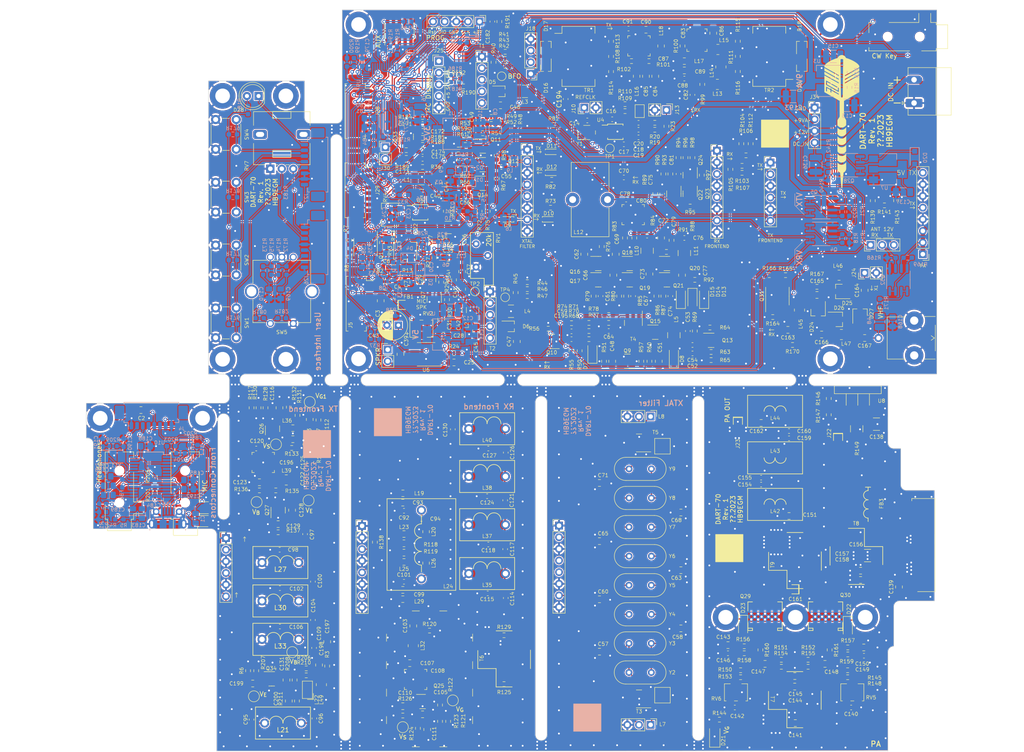
<source format=kicad_pcb>
(kicad_pcb (version 20221018) (generator pcbnew)

  (general
    (thickness 1.6)
  )

  (paper "A4")
  (title_block
    (title "DART-70 TRX")
    (date "2023-05-21")
    (rev "1")
    (company "HB9EGM")
  )

  (layers
    (0 "F.Cu" signal)
    (31 "B.Cu" signal)
    (32 "B.Adhes" user "B.Adhesive")
    (33 "F.Adhes" user "F.Adhesive")
    (34 "B.Paste" user)
    (35 "F.Paste" user)
    (36 "B.SilkS" user "B.Silkscreen")
    (37 "F.SilkS" user "F.Silkscreen")
    (38 "B.Mask" user)
    (39 "F.Mask" user)
    (40 "Dwgs.User" user "User.Drawings")
    (41 "Cmts.User" user "User.Comments")
    (42 "Eco1.User" user "User.Eco1")
    (43 "Eco2.User" user "User.Eco2")
    (44 "Edge.Cuts" user)
    (45 "Margin" user "Edge.Cuts.Setback")
    (46 "B.CrtYd" user "B.Courtyard")
    (47 "F.CrtYd" user "F.Courtyard")
    (48 "B.Fab" user)
    (49 "F.Fab" user)
    (50 "User.1" user "Milling")
    (51 "User.2" user)
    (52 "User.3" user)
    (53 "User.4" user)
    (54 "User.5" user)
    (55 "User.6" user)
    (56 "User.7" user)
    (57 "User.8" user)
    (58 "User.9" user)
  )

  (setup
    (stackup
      (layer "F.SilkS" (type "Top Silk Screen"))
      (layer "F.Paste" (type "Top Solder Paste"))
      (layer "F.Mask" (type "Top Solder Mask") (thickness 0.01))
      (layer "F.Cu" (type "copper") (thickness 0.035))
      (layer "dielectric 1" (type "core") (thickness 1.51) (material "FR4") (epsilon_r 4.5) (loss_tangent 0.02))
      (layer "B.Cu" (type "copper") (thickness 0.035))
      (layer "B.Mask" (type "Bottom Solder Mask") (thickness 0.01))
      (layer "B.Paste" (type "Bottom Solder Paste"))
      (layer "B.SilkS" (type "Bottom Silk Screen"))
      (copper_finish "None")
      (dielectric_constraints no)
    )
    (pad_to_mask_clearance 0)
    (pcbplotparams
      (layerselection 0x000d130_ffffffff)
      (plot_on_all_layers_selection 0x0000000_00000000)
      (disableapertmacros false)
      (usegerberextensions false)
      (usegerberattributes true)
      (usegerberadvancedattributes true)
      (creategerberjobfile true)
      (dashed_line_dash_ratio 12.000000)
      (dashed_line_gap_ratio 3.000000)
      (svgprecision 6)
      (plotframeref false)
      (viasonmask false)
      (mode 1)
      (useauxorigin false)
      (hpglpennumber 1)
      (hpglpenspeed 20)
      (hpglpendiameter 15.000000)
      (dxfpolygonmode true)
      (dxfimperialunits true)
      (dxfusepcbnewfont true)
      (psnegative false)
      (psa4output false)
      (plotreference true)
      (plotvalue true)
      (plotinvisibletext false)
      (sketchpadsonfab false)
      (subtractmaskfromsilk false)
      (outputformat 4)
      (mirror false)
      (drillshape 0)
      (scaleselection 1)
      (outputdirectory "out")
    )
  )

  (net 0 "")
  (net 1 "+12V")
  (net 2 "GND")
  (net 3 "Net-(C1-Pad1)")
  (net 4 "Net-(J4-Pin_7)")
  (net 5 "+9VA")
  (net 6 "/MIC")
  (net 7 "Net-(C6-Pad2)")
  (net 8 "+5VA")
  (net 9 "Net-(J4-Pin_5)")
  (net 10 "Net-(J5-Pin_3)")
  (net 11 "Net-(J5-Pin_2)")
  (net 12 "Net-(Q2-C)")
  (net 13 "Net-(D1-K)")
  (net 14 "Net-(D2-K)")
  (net 15 "/BFO")
  (net 16 "Net-(J10-In)")
  (net 17 "Net-(U4-XA)")
  (net 18 "Net-(U3-ADJ)")
  (net 19 "/Antenna Switch/TX")
  (net 20 "Net-(U4-CLK1)")
  (net 21 "Net-(C18-Pad2)")
  (net 22 "Net-(U4-CLK2)")
  (net 23 "Net-(U4-CLK0)")
  (net 24 "Net-(JP1-A)")
  (net 25 "Net-(Q6-B)")
  (net 26 "Net-(C22-Pad1)")
  (net 27 "Net-(U5-IN+)")
  (net 28 "Net-(U5-VCAIN)")
  (net 29 "Net-(U5-BUFOUT)")
  (net 30 "Net-(C21-Pad2)")
  (net 31 "Net-(C26-Pad1)")
  (net 32 "Net-(U6-VDD)")
  (net 33 "Net-(C26-Pad2)")
  (net 34 "Net-(C28-Pad1)")
  (net 35 "+VRX")
  (net 36 "Net-(U6-VIN)")
  (net 37 "Net-(Q6-C)")
  (net 38 "/Baseband/VAGC")
  (net 39 "Net-(D3-K)")
  (net 40 "Net-(Q7-C)")
  (net 41 "Net-(C29-Pad1)")
  (net 42 "Net-(D4-K)")
  (net 43 "Net-(C41-Pad2)")
  (net 44 "Net-(U5-AVG)")
  (net 45 "/Baseband/SPKR_OUT")
  (net 46 "Net-(Q7-B)")
  (net 47 "Net-(U6-BYPASS)")
  (net 48 "Net-(C40-Pad1)")
  (net 49 "Net-(U5-VOUT)")
  (net 50 "Net-(C46-Pad1)")
  (net 51 "Net-(C46-Pad2)")
  (net 52 "Net-(C47-Pad1)")
  (net 53 "Net-(C47-Pad2)")
  (net 54 "Net-(C48-Pad1)")
  (net 55 "Net-(J15-Pin_1)")
  (net 56 "Net-(T1-SC)")
  (net 57 "Net-(C49-Pad2)")
  (net 58 "Net-(C50-Pad1)")
  (net 59 "Net-(C42-Pad2)")
  (net 60 "Net-(T2-SC)")
  (net 61 "Net-(C53-Pad1)")
  (net 62 "Net-(D7-K)")
  (net 63 "Net-(Q11-B)")
  (net 64 "Net-(Q11-E)")
  (net 65 "Net-(D8-K)")
  (net 66 "Net-(Q13-E)")
  (net 67 "Net-(Q15-E)")
  (net 68 "Net-(C52-Pad2)")
  (net 69 "Net-(Q12-C)")
  (net 70 "Net-(C60-Pad2)")
  (net 71 "Net-(C56-Pad1)")
  (net 72 "Net-(C58-Pad2)")
  (net 73 "Net-(C63-Pad2)")
  (net 74 "Net-(Q14-E)")
  (net 75 "Net-(C59-Pad1)")
  (net 76 "Net-(C65-Pad2)")
  (net 77 "Net-(T3-PR2)")
  (net 78 "Net-(Q17-S)")
  (net 79 "Net-(Q16-B)")
  (net 80 "Net-(T4-PR2)")
  (net 81 "Net-(Q18-C)")
  (net 82 "Net-(Q17-G)")
  (net 83 "Net-(Q19-S)")
  (net 84 "Net-(Q18-B)")
  (net 85 "Net-(C72-Pad2)")
  (net 86 "Net-(D12-A)")
  (net 87 "Net-(Q22-E)")
  (net 88 "Net-(T5-PR2)")
  (net 89 "Net-(C68-Pad2)")
  (net 90 "Net-(C76-Pad2)")
  (net 91 "Net-(Q20-C)")
  (net 92 "Net-(Q19-G)")
  (net 93 "Net-(Q21-S)")
  (net 94 "Net-(C81-Pad1)")
  (net 95 "Net-(Q22-C)")
  (net 96 "Net-(Q21-G)")
  (net 97 "Net-(C82-Pad2)")
  (net 98 "Net-(Q20-B)")
  (net 99 "Net-(C77-Pad2)")
  (net 100 "Net-(Q24-E)")
  (net 101 "Net-(C87-Pad2)")
  (net 102 "Net-(C83-Pad1)")
  (net 103 "/70MHz VHF Frontend/VHF_RX")
  (net 104 "/70MHz VHF Frontend/TX_FROM_MIX")
  (net 105 "Net-(C84-Pad2)")
  (net 106 "Net-(C87-Pad1)")
  (net 107 "Net-(C88-Pad2)")
  (net 108 "Net-(C101-Pad2)")
  (net 109 "Net-(Q24-B)")
  (net 110 "Net-(C94-Pad1)")
  (net 111 "Net-(Q34-B)")
  (net 112 "/70MHz VHF Frontend/+VTX_FE")
  (net 113 "Net-(TR2-RX-)")
  (net 114 "Net-(C103-Pad2)")
  (net 115 "Net-(C104-Pad1)")
  (net 116 "Net-(C114-Pad2)")
  (net 117 "Net-(J18-Pin_3)")
  (net 118 "Net-(Q25-G1)")
  (net 119 "Net-(Q25-G2)")
  (net 120 "Net-(Q25-S)")
  (net 121 "Net-(C121-Pad1)")
  (net 122 "Net-(C125-Pad2)")
  (net 123 "Net-(C126-Pad1)")
  (net 124 "Net-(C128-Pad1)")
  (net 125 "Net-(T6-AA)")
  (net 126 "Net-(T6-SB)")
  (net 127 "/70MHz VHF Frontend/RX_TO_MIX")
  (net 128 "/70MHz VHF Frontend/VHF_TX")
  (net 129 "Net-(C113-Pad2)")
  (net 130 "VGG1")
  (net 131 "Net-(Q26-G1)")
  (net 132 "Net-(Q26-S)")
  (net 133 "Net-(C117-Pad2)")
  (net 134 "Net-(Q26-D)")
  (net 135 "Net-(Q27-B)")
  (net 136 "Net-(Q27-C)")
  (net 137 "VGG2")
  (net 138 "+3V3")
  (net 139 "/PA 70MHz/VG_5V")
  (net 140 "Net-(Q27-E)")
  (net 141 "Net-(D20-A)")
  (net 142 "Net-(C159-Pad2)")
  (net 143 "/Control on separate board/ENC_B")
  (net 144 "/Control on separate board/ENC_A")
  (net 145 "/Control on separate board/3.3V_UI")
  (net 146 "Net-(J21-Pin_1)")
  (net 147 "Net-(C171-Pad1)")
  (net 148 "Net-(C172-Pad1)")
  (net 149 "Net-(C147-Pad1)")
  (net 150 "Net-(C148-Pad1)")
  (net 151 "Net-(T7-AB)")
  (net 152 "Net-(J21-Pin_5)")
  (net 153 "Net-(C154-Pad2)")
  (net 154 "Net-(T7-SB)")
  (net 155 "Net-(T7-SA)")
  (net 156 "Net-(T9-SB)")
  (net 157 "Net-(Q30-D)")
  (net 158 "Net-(Q29-D)")
  (net 159 "Net-(J23-In)")
  (net 160 "Net-(D24-K)")
  (net 161 "Net-(D25-A)")
  (net 162 "Net-(D24-A)")
  (net 163 "Net-(D26-K)")
  (net 164 "Net-(J26-Pin_7)")
  (net 165 "Net-(J26-Pin_6)")
  (net 166 "Net-(Q33-B)")
  (net 167 "Net-(U9-VDDA)")
  (net 168 "Net-(U10-VINL)")
  (net 169 "Net-(U10-VINR)")
  (net 170 "Net-(U10-VOUTL)")
  (net 171 "Net-(U10-VOUTR)")
  (net 172 "Net-(U10-VCOM)")
  (net 173 "Net-(T1-SA)")
  (net 174 "Net-(T1-SB)")
  (net 175 "Net-(T2-SA)")
  (net 176 "Net-(T2-SB)")
  (net 177 "Net-(D7-A)")
  (net 178 "/Control on separate board/STATUSn")
  (net 179 "Net-(D8-A)")
  (net 180 "Net-(D10-K)")
  (net 181 "Net-(D9-A)")
  (net 182 "Net-(D10-A)")
  (net 183 "Net-(C166-Pad1)")
  (net 184 "Net-(D11-K)")
  (net 185 "Net-(C168-Pad2)")
  (net 186 "Net-(D11-A)")
  (net 187 "Net-(D13-A)")
  (net 188 "/CW_RING")
  (net 189 "/CW_TIP")
  (net 190 "Net-(D14-A)")
  (net 191 "Net-(D15-A)")
  (net 192 "Net-(C174-Pad1)")
  (net 193 "/Baseband/SPKR_DET")
  (net 194 "Net-(TR1-RD+)")
  (net 195 "Net-(TR1-RD-)")
  (net 196 "Net-(TR1-TD-)")
  (net 197 "Net-(TR1-TD+)")
  (net 198 "Net-(TR2-RD+)")
  (net 199 "/Baseband/GPIO_XTAL")
  (net 200 "/EN_VRX")
  (net 201 "/EN_VTX")
  (net 202 "Net-(TR2-RD-)")
  (net 203 "/Baseband/CW_KEYn")
  (net 204 "/Baseband/CW_TONE")
  (net 205 "/MIC_PTT")
  (net 206 "/Baseband/SPKR_VOL")
  (net 207 "/MUTE_MICn")
  (net 208 "/SDA")
  (net 209 "/SCL")
  (net 210 "/S_METER")
  (net 211 "/Baseband/VHF_IN")
  (net 212 "/Baseband/VHF_OUT")
  (net 213 "/CLK1")
  (net 214 "Net-(TR2-TD-)")
  (net 215 "+VTX")
  (net 216 "Net-(TR2-TD+)")
  (net 217 "unconnected-(J2-PadNC)")
  (net 218 "unconnected-(J2-PadR1)")
  (net 219 "Net-(D20-K)")
  (net 220 "/Control on separate board/DISP_LAT")
  (net 221 "/Control on separate board/I2C2_SDA")
  (net 222 "/Control on separate board/I2C2_SCL")
  (net 223 "/Control on separate board/PC14")
  (net 224 "/Control on separate board/PC13")
  (net 225 "unconnected-(J2-PadTN)")
  (net 226 "/Control on separate board/USART1_TX")
  (net 227 "/Control on separate board/USART1_RX")
  (net 228 "/Control on separate board/PB15")
  (net 229 "/Control on separate board/SWCLK")
  (net 230 "/Control on separate board/SWDIO")
  (net 231 "/Control on separate board/RESETn")
  (net 232 "/LO1")
  (net 233 "Net-(L14-Pad1)")
  (net 234 "Net-(D21-A)")
  (net 235 "Net-(D22-A)")
  (net 236 "Net-(L23-Pad2)")
  (net 237 "Net-(L25-Pad2)")
  (net 238 "Net-(D23-A)")
  (net 239 "unconnected-(D24-NC-Pad2)")
  (net 240 "unconnected-(J8-PadTN)")
  (net 241 "unconnected-(D25-NC-Pad2)")
  (net 242 "unconnected-(D26-NC-Pad2)")
  (net 243 "unconnected-(D27-NC-Pad2)")
  (net 244 "Net-(D28-K)")
  (net 245 "Net-(D28-A)")
  (net 246 "Net-(J6-Pin_2)")
  (net 247 "Net-(J22-Pin_2)")
  (net 248 "Net-(J4-Pin_6)")
  (net 249 "Net-(J4-Pin_3)")
  (net 250 "Net-(J4-Pin_2)")
  (net 251 "Net-(J5-Pin_4)")
  (net 252 "Net-(J15-Pin_2)")
  (net 253 "Net-(J17-Pin_2)")
  (net 254 "unconnected-(J17-Pin_4-Pad4)")
  (net 255 "unconnected-(J17-Pin_5-Pad5)")
  (net 256 "/70MHz VHF Frontend/+VRX_FE")
  (net 257 "Net-(J17-Pin_7)")
  (net 258 "Net-(J20-Pin_5)")
  (net 259 "Net-(J22-Pin_1)")
  (net 260 "Net-(J26-Pin_2)")
  (net 261 "Net-(J26-Pin_3)")
  (net 262 "Net-(J26-Pin_5)")
  (net 263 "Net-(L13-Pad1)")
  (net 264 "Net-(L18-Pad1)")
  (net 265 "Net-(L20-Pad2)")
  (net 266 "Net-(J27-Pin_2)")
  (net 267 "Net-(J27-Pin_3)")
  (net 268 "Net-(J27-Pin_4)")
  (net 269 "Net-(J27-Pin_5)")
  (net 270 "Net-(J33-VBUS)")
  (net 271 "Net-(J33-ID)")
  (net 272 "Net-(JP2-C)")
  (net 273 "Net-(Q1A-G)")
  (net 274 "/Control on separate board/BTN0")
  (net 275 "/Control on separate board/BTN1")
  (net 276 "/Control on separate board/BTN2")
  (net 277 "/Control on separate board/BTN3")
  (net 278 "Net-(Q1B-G)")
  (net 279 "/Control on separate board/ENC_BTN")
  (net 280 "/Control on separate board/XTAL1")
  (net 281 "/Control on separate board/XTAL2")
  (net 282 "/Control on separate board/PWM_CW")
  (net 283 "/Control on separate board/MUTE_SPKR")
  (net 284 "Net-(Q2-B)")
  (net 285 "/Control on separate board/BOOT0")
  (net 286 "/Control on separate board/BOOT1")
  (net 287 "Net-(Q3-B)")
  (net 288 "Net-(Q4B-G)")
  (net 289 "Net-(Q5B-G)")
  (net 290 "Net-(Q8-B)")
  (net 291 "Net-(Q9-B)")
  (net 292 "Net-(Q11-C)")
  (net 293 "Net-(Q12-E)")
  (net 294 "Net-(Q13-B)")
  (net 295 "Net-(Q13-C)")
  (net 296 "Net-(Q15-B)")
  (net 297 "/Antenna Switch/RX")
  (net 298 "Net-(Q16-E)")
  (net 299 "Net-(Q16-C)")
  (net 300 "Net-(Q18-E)")
  (net 301 "Net-(Q20-E)")
  (net 302 "Net-(Q22-B)")
  (net 303 "Net-(Q23-B)")
  (net 304 "/Antenna Switch/ANT")
  (net 305 "/Antenna Switch/V_{PIN}")
  (net 306 "Net-(Q25-D)")
  (net 307 "Net-(Q26-G2)")
  (net 308 "/TX_to_PA")
  (net 309 "/Baseband/AGC_to_METER")
  (net 310 "Net-(Q28B-G)")
  (net 311 "/PA 70MHz/V_{DD}")
  (net 312 "Net-(Q29-G)")
  (net 313 "Net-(Q30-G)")
  (net 314 "Net-(Q31B-D-Pad5)")
  (net 315 "Net-(Q31A-D-Pad7)")
  (net 316 "Net-(Q32B-G)")
  (net 317 "Net-(Q32B-D-Pad5)")
  (net 318 "Net-(R40-Pad2)")
  (net 319 "Net-(R44-Pad1)")
  (net 320 "Net-(U5-GATE)")
  (net 321 "Net-(C148-Pad2)")
  (net 322 "Net-(U5-COMP)")
  (net 323 "Net-(U6-HPSense)")
  (net 324 "Net-(C147-Pad2)")
  (net 325 "Net-(T1-AB)")
  (net 326 "Net-(T2-AB)")
  (net 327 "Net-(R110-Pad1)")
  (net 328 "Net-(TR2-C_RD)")
  (net 329 "Net-(R121-Pad2)")
  (net 330 "/VOX_PTTn")
  (net 331 "Net-(TR1-TX-)")
  (net 332 "/EN_PA")
  (net 333 "Net-(TR2-TX-)")
  (net 334 "Net-(U8-ADJ)")
  (net 335 "Net-(R148-Pad1)")
  (net 336 "Net-(R153-Pad1)")
  (net 337 "Net-(R172-Pad1)")
  (net 338 "Net-(U9-PA11)")
  (net 339 "Net-(U9-PA12)")
  (net 340 "Net-(R173-Pad2)")
  (net 341 "Net-(R183-Pad2)")
  (net 342 "/USB Audio/AF_OUT_L")
  (net 343 "/USB Audio/AF_IN")
  (net 344 "Net-(U10-D+)")
  (net 345 "Net-(U10-D-)")
  (net 346 "/USB Audio/VCC")
  (net 347 "/USB Audio/VDD")
  (net 348 "unconnected-(T3-PM-Pad2)")
  (net 349 "/USB Audio/AF_OUT_R")
  (net 350 "unconnected-(T4-PM-Pad2)")
  (net 351 "/USB Audio/XTI")
  (net 352 "/USB Audio/XTO")
  (net 353 "unconnected-(T5-PM-Pad2)")
  (net 354 "/USB Audio/USB_DM")
  (net 355 "/USB Audio/USB_DP")
  (net 356 "unconnected-(TR1-C_RX-Pad10)")
  (net 357 "unconnected-(TR1-C_TX-Pad15)")
  (net 358 "unconnected-(TR2-C_RX-Pad10)")
  (net 359 "unconnected-(TR2-C_TX-Pad15)")
  (net 360 "Net-(U4-XB)")
  (net 361 "unconnected-(U9-VBAT-Pad1)")
  (net 362 "/Control on separate board/USB_DM")
  (net 363 "/Control on separate board/USB_DP")
  (net 364 "unconnected-(U10-HID0-Pad5)")
  (net 365 "unconnected-(U10-HID1-Pad6)")
  (net 366 "Net-(C100-Pad2)")
  (net 367 "Net-(C100-Pad1)")
  (net 368 "unconnected-(U10-HID2-Pad7)")
  (net 369 "unconnected-(U10-DIN-Pad24)")
  (net 370 "unconnected-(U10-DOUT-Pad25)")
  (net 371 "Net-(R108-Pad2)")
  (net 372 "Net-(R180-Pad1)")
  (net 373 "/DC_IN")
  (net 374 "unconnected-(U10-SSPNDn-Pad28)")
  (net 375 "Net-(TR1-RX-)")
  (net 376 "Net-(C198-Pad2)")
  (net 377 "Net-(Q34-E)")
  (net 378 "Net-(Q34-C)")
  (net 379 "Net-(C200-Pad1)")
  (net 380 "Net-(C199-Pad2)")
  (net 381 "Net-(C200-Pad2)")

  (footprint "Capacitor_SMD:C_0603_1608Metric_Pad1.08x0.95mm_HandSolder" (layer "F.Cu") (at 97.536 47.498 180))

  (footprint "Resistor_SMD:R_0603_1608Metric_Pad0.98x0.95mm_HandSolder" (layer "F.Cu") (at 61.722 101.854 -90))

  (footprint "Crystal:Crystal_HC49-U_Vertical" (layer "F.Cu") (at 142.595 140.589))

  (footprint "Resistor_SMD:R_0603_1608Metric_Pad0.98x0.95mm_HandSolder" (layer "F.Cu") (at 190.343 159.156 180))

  (footprint "Resistor_SMD:R_0603_1608Metric_Pad0.98x0.95mm_HandSolder" (layer "F.Cu") (at 156.972 73.914))

  (footprint "Package_SO:MSOP-10_3x3mm_P0.5mm" (layer "F.Cu") (at 97.028 59.182))

  (footprint "mpb:four_4mm_pads_narrow" (layer "F.Cu") (at 178.913 165.76 90))

  (footprint "Potentiometer_SMD:Potentiometer_Bourns_3214W_Vertical" (layer "F.Cu") (at 90.424 59.69 -90))

  (footprint "Potentiometer_SMD:Potentiometer_Bourns_3214W_Vertical" (layer "F.Cu") (at 93.726 67.564 180))

  (footprint "Resistor_SMD:R_0603_1608Metric_Pad0.98x0.95mm_HandSolder" (layer "F.Cu") (at 74.93 115.9725 -90))

  (footprint "Capacitor_SMD:C_0603_1608Metric_Pad1.08x0.95mm_HandSolder" (layer "F.Cu") (at 111.76 142.367))

  (footprint "Resistor_SMD:R_0603_1608Metric_Pad0.98x0.95mm_HandSolder" (layer "F.Cu") (at 126.1345 40.132))

  (footprint "Capacitor_SMD:C_0603_1608Metric_Pad1.08x0.95mm_HandSolder" (layer "F.Cu") (at 109.728 39.116 90))

  (footprint "Resistor_SMD:R_0603_1608Metric_Pad0.98x0.95mm_HandSolder" (layer "F.Cu") (at 65.491 119.888 180))

  (footprint "Capacitor_SMD:C_0805_2012Metric_Pad1.18x1.45mm_HandSolder" (layer "F.Cu") (at 178.786 162.712 180))

  (footprint "Capacitor_SMD:C_0805_2012Metric_Pad1.18x1.45mm_HandSolder" (layer "F.Cu") (at 178.8075 160.426 180))

  (footprint "Diode_SMD:D_SOD-123F" (layer "F.Cu") (at 153.924 77.978 90))

  (footprint "Resistor_SMD:R_0603_1608Metric_Pad0.98x0.95mm_HandSolder" (layer "F.Cu") (at 115.57 27.173 180))

  (footprint "mpb:PLD-1.5W" (layer "F.Cu") (at 185.517 147.472 180))

  (footprint "Capacitor_SMD:C_0805_2012Metric_Pad1.18x1.45mm_HandSolder" (layer "F.Cu") (at 201.549 140.97 90))

  (footprint "Package_TO_SOT_SMD:SOT-23" (layer "F.Cu") (at 125.73 87.376 180))

  (footprint "MountingHole:MountingHole_3.2mm_M3_DIN965_Pad" (layer "F.Cu") (at 53.87525 91.252 90))

  (footprint "Resistor_SMD:R_0603_1608Metric_Pad0.98x0.95mm_HandSolder" (layer "F.Cu") (at 113.7135 46.736 90))

  (footprint "TestPoint:TestPoint_Pad_3.0x3.0mm" (layer "F.Cu") (at 149.91 164.597))

  (footprint "Capacitor_SMD:C_0805_2012Metric_Pad1.18x1.45mm_HandSolder" (layer "F.Cu") (at 94.742 157.607 180))

  (footprint "Inductor_SMD:L_1008_2520Metric_Pad1.43x2.20mm_HandSolder" (layer "F.Cu") (at 162.013 23.622))

  (footprint "Connector_PinHeader_1.27mm:PinHeader_2x05_P1.27mm_Vertical_SMD" (layer "F.Cu") (at 92.456 19.558 90))

  (footprint "Capacitor_SMD:C_0805_2012Metric_Pad1.18x1.45mm_HandSolder" (layer "F.Cu") (at 177.546 125.476))

  (footprint "Capacitor_SMD:C_0603_1608Metric_Pad1.08x0.95mm_HandSolder" (layer "F.Cu") (at 107.8715 46.228 90))

  (footprint "Connector_Phoenix_MC_HighVoltage:PhoenixContact_MC_1,5_2-G-5.08_1x02_P5.08mm_Horizontal" (layer "F.Cu") (at 204.8395 35.306 90))

  (footprint "TestPoint:TestPoint_Pad_D2.0mm" (layer "F.Cu") (at 69.088 155.194))

  (footprint "Connector_PinHeader_2.54mm:PinHeader_1x03_P2.54mm_Vertical" (layer "F.Cu") (at 195.341 66.294 90))

  (footprint "Capacitor_SMD:C_0805_2012Metric_Pad1.18x1.45mm_HandSolder" (layer "F.Cu") (at 149.098 91.694 -90))

  (footprint "Capacitor_SMD:C_0603_1608Metric_Pad1.08x0.95mm_HandSolder" (layer "F.Cu") (at 156.464 33.528 90))

  (footprint "Resistor_SMD:R_0603_1608Metric_Pad0.98x0.95mm_HandSolder" (layer "F.Cu") (at 106.8555 43.434))

  (footprint "Inductor_SMD:L_0805_2012Metric_Pad1.15x1.40mm_HandSolder" (layer "F.Cu") (at 93.472 129.413 180))

  (footprint "TestPoint:TestPoint_Pad_D2.0mm" (layer "F.Cu") (at 72.644 122.0685 -90))

  (footprint "Resistor_SMD:R_0603_1608Metric_Pad0.98x0.95mm_HandSolder" (layer "F.Cu") (at 190.373 154.178))

  (footprint "Package_TO_SOT_SMD:SOT-323_SC-70_Handsoldering" (layer "F.Cu") (at 124.46 22.5845 90))

  (footprint "Resistor_SMD:R_0603_1608Metric_Pad0.98x0.95mm_HandSolder" (layer "F.Cu") (at 72.136 158.75))

  (footprint "Resistor_SMD:R_0603_1608Metric_Pad0.98x0.95mm_HandSolder" (layer "F.Cu") (at 186.22 99.822 90))

  (footprint "Resistor_SMD:R_0603_1608Metric_Pad0.98x0.95mm_HandSolder" (layer "F.Cu") (at 141.732 64.77 -90))

  (footprint "Capacitor_SMD:C_0603_1608Metric_Pad1.08x0.95mm_HandSolder" (layer "F.Cu") (at 143.51 77.47 90))

  (footprint "Potentiometer_SMD:Potentiometer_Bourns_3214W_Vertical" (layer "F.Cu") (at 165.959 163.982 180))

  (footprint "Capacitor_SMD:C_0805_2012Metric_Pad1.18x1.45mm_HandSolder" (layer "F.Cu") (at 76.622 102.3835 -90))

  (footprint "Capacitor_SMD:C_0805_2012Metric_Pad1.18x1.45mm_HandSolder" (layer "F.Cu") (at 153.935 124.714 180))

  (footprint "Capacitor_SMD:C_0805_2012Metric_Pad1.18x1.45mm_HandSolder" (layer "F.Cu") (at 146.304 29.464 -90))

  (footprint "Crystal:Crystal_HC49-U_Vertical" (layer "F.Cu") (at 147.495 115.189 180))

  (footprint "Jumper:SolderJumper-2_P1.3mm_Open_TrianglePad1.0x1.5mm" (layer "F.Cu")
    (tstamp 18a0735d-a066-4715-a011-81a3a0851676)
    (at 144.9335 37.084 90)
    (descr "SMD Solder Jumper, 1x1.5mm Triangular Pads, 0.3mm gap, open")
    (tags "solder jumper open")
    (property "Need_order" "0")
    (property "Sheetfile" "kicad-dart-70.kicad_sch")
    (property "Sheetname" "")
    (property "ki_description" "Jumper, 2-pole, closed/bridged")
    (property "ki_keywords" "Jumper SPST")
    (path "/bbda672e-b392-4f03-8136-67be8e11fa1b")
    (attr exclude_from_pos_files)
    (fp_text reference "JP1" (at 0 -1.8 90 unlocked) (layer "F.SilkS") hide
        (effects (font (size 0.8 0.8) (thickness 0.1)))
      (tstamp f11ed4ec-15f8-49b6-802c-d83cef105814)
    )
    (fp_text value "LO" (at 0 1.9 90) (layer "F.Fab")
        (effects (font (size 1 1) (thickness 0.15)))
      (tstamp 6049c9df-618b-45b4-a407-ee9420bd0fbe)
    )
    (fp_line (start -1.4 -1) (end 1.4 -1)
      (stroke (width 0.12) (type solid)) (layer "F.SilkS") (tstamp 8ba5ffc8-5ae5-4dcd-9584-fd6b77f708a
... [5826791 chars truncated]
</source>
